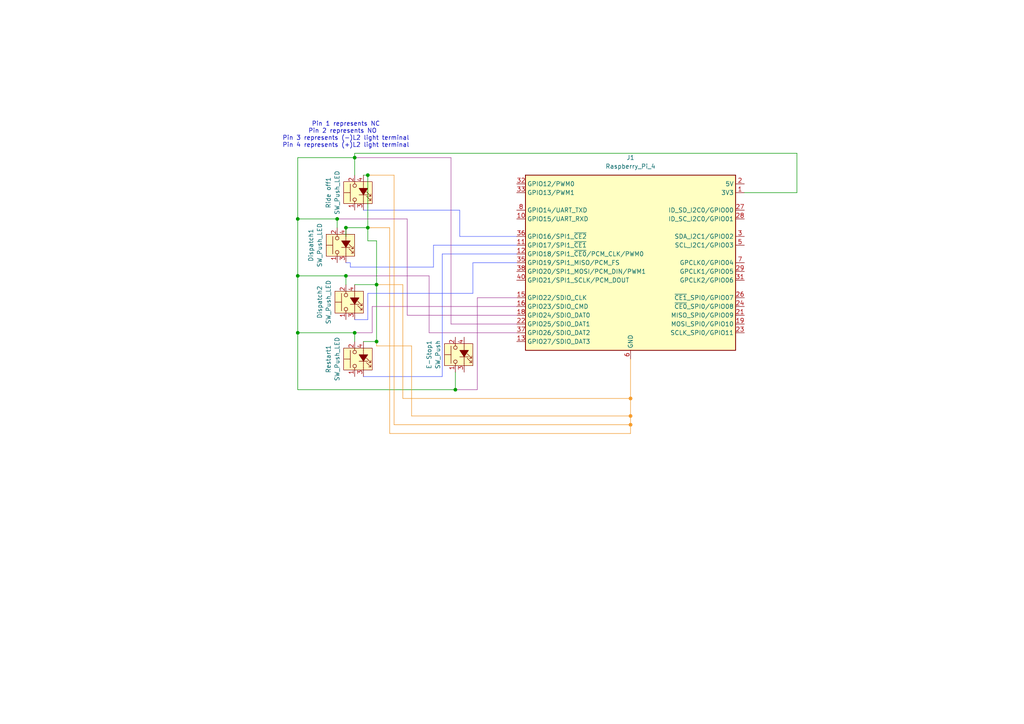
<source format=kicad_sch>
(kicad_sch
	(version 20250114)
	(generator "eeschema")
	(generator_version "9.0")
	(uuid "f19d6cca-3ece-45eb-98e2-f0bca3f726f7")
	(paper "A4")
	(lib_symbols
		(symbol "Connector:Raspberry_Pi_4"
			(exclude_from_sim no)
			(in_bom yes)
			(on_board yes)
			(property "Reference" "J"
				(at -17.526 48.768 0)
				(effects
					(font
						(size 1.27 1.27)
					)
					(justify left bottom)
				)
			)
			(property "Value" "Raspberry_Pi_4"
				(at 15.748 -26.416 0)
				(effects
					(font
						(size 1.27 1.27)
					)
					(justify left top)
				)
			)
			(property "Footprint" ""
				(at 70.104 -47.498 0)
				(effects
					(font
						(size 1.27 1.27)
					)
					(justify left)
					(hide yes)
				)
			)
			(property "Datasheet" "https://datasheets.raspberrypi.com/rpi4/raspberry-pi-4-datasheet.pdf"
				(at 15.748 -32.258 0)
				(effects
					(font
						(size 1.27 1.27)
					)
					(justify left)
					(hide yes)
				)
			)
			(property "Description" "Raspberry Pi 4 Model B"
				(at 15.748 -29.718 0)
				(effects
					(font
						(size 1.27 1.27)
					)
					(justify left)
					(hide yes)
				)
			)
			(property "ki_keywords" "SBC RPi"
				(at 0 0 0)
				(effects
					(font
						(size 1.27 1.27)
					)
					(hide yes)
				)
			)
			(property "ki_fp_filters" "PinHeader*2x20*P2.54mm*Vertical* PinSocket*2x20*P2.54mm*Vertical*"
				(at 0 0 0)
				(effects
					(font
						(size 1.27 1.27)
					)
					(hide yes)
				)
			)
			(symbol "Raspberry_Pi_4_0_1"
				(rectangle
					(start -30.48 25.4)
					(end 30.48 -25.4)
					(stroke
						(width 0.254)
						(type default)
					)
					(fill
						(type background)
					)
				)
			)
			(symbol "Raspberry_Pi_4_1_1"
				(pin bidirectional line
					(at -33.02 22.86 0)
					(length 2.54)
					(name "GPIO12/PWM0"
						(effects
							(font
								(size 1.27 1.27)
							)
						)
					)
					(number "32"
						(effects
							(font
								(size 1.27 1.27)
							)
						)
					)
				)
				(pin bidirectional line
					(at -33.02 20.32 0)
					(length 2.54)
					(name "GPIO13/PWM1"
						(effects
							(font
								(size 1.27 1.27)
							)
						)
					)
					(number "33"
						(effects
							(font
								(size 1.27 1.27)
							)
						)
					)
				)
				(pin bidirectional line
					(at -33.02 15.24 0)
					(length 2.54)
					(name "GPIO14/UART_TXD"
						(effects
							(font
								(size 1.27 1.27)
							)
						)
					)
					(number "8"
						(effects
							(font
								(size 1.27 1.27)
							)
						)
					)
				)
				(pin bidirectional line
					(at -33.02 12.7 0)
					(length 2.54)
					(name "GPIO15/UART_RXD"
						(effects
							(font
								(size 1.27 1.27)
							)
						)
					)
					(number "10"
						(effects
							(font
								(size 1.27 1.27)
							)
						)
					)
				)
				(pin bidirectional line
					(at -33.02 7.62 0)
					(length 2.54)
					(name "GPIO16/SPI1_~{CE2}"
						(effects
							(font
								(size 1.27 1.27)
							)
						)
					)
					(number "36"
						(effects
							(font
								(size 1.27 1.27)
							)
						)
					)
				)
				(pin bidirectional line
					(at -33.02 5.08 0)
					(length 2.54)
					(name "GPIO17/SPI1_~{CE1}"
						(effects
							(font
								(size 1.27 1.27)
							)
						)
					)
					(number "11"
						(effects
							(font
								(size 1.27 1.27)
							)
						)
					)
				)
				(pin bidirectional line
					(at -33.02 2.54 0)
					(length 2.54)
					(name "GPIO18/SPI1_~{CE0}/PCM_CLK/PWM0"
						(effects
							(font
								(size 1.27 1.27)
							)
						)
					)
					(number "12"
						(effects
							(font
								(size 1.27 1.27)
							)
						)
					)
				)
				(pin bidirectional line
					(at -33.02 0 0)
					(length 2.54)
					(name "GPIO19/SPI1_MISO/PCM_FS"
						(effects
							(font
								(size 1.27 1.27)
							)
						)
					)
					(number "35"
						(effects
							(font
								(size 1.27 1.27)
							)
						)
					)
				)
				(pin bidirectional line
					(at -33.02 -2.54 0)
					(length 2.54)
					(name "GPIO20/SPI1_MOSI/PCM_DIN/PWM1"
						(effects
							(font
								(size 1.27 1.27)
							)
						)
					)
					(number "38"
						(effects
							(font
								(size 1.27 1.27)
							)
						)
					)
				)
				(pin bidirectional line
					(at -33.02 -5.08 0)
					(length 2.54)
					(name "GPIO21/SPI1_SCLK/PCM_DOUT"
						(effects
							(font
								(size 1.27 1.27)
							)
						)
					)
					(number "40"
						(effects
							(font
								(size 1.27 1.27)
							)
						)
					)
				)
				(pin bidirectional line
					(at -33.02 -10.16 0)
					(length 2.54)
					(name "GPIO22/SDIO_CLK"
						(effects
							(font
								(size 1.27 1.27)
							)
						)
					)
					(number "15"
						(effects
							(font
								(size 1.27 1.27)
							)
						)
					)
				)
				(pin bidirectional line
					(at -33.02 -12.7 0)
					(length 2.54)
					(name "GPIO23/SDIO_CMD"
						(effects
							(font
								(size 1.27 1.27)
							)
						)
					)
					(number "16"
						(effects
							(font
								(size 1.27 1.27)
							)
						)
					)
				)
				(pin bidirectional line
					(at -33.02 -15.24 0)
					(length 2.54)
					(name "GPIO24/SDIO_DAT0"
						(effects
							(font
								(size 1.27 1.27)
							)
						)
					)
					(number "18"
						(effects
							(font
								(size 1.27 1.27)
							)
						)
					)
				)
				(pin bidirectional line
					(at -33.02 -17.78 0)
					(length 2.54)
					(name "GPIO25/SDIO_DAT1"
						(effects
							(font
								(size 1.27 1.27)
							)
						)
					)
					(number "22"
						(effects
							(font
								(size 1.27 1.27)
							)
						)
					)
				)
				(pin bidirectional line
					(at -33.02 -20.32 0)
					(length 2.54)
					(name "GPIO26/SDIO_DAT2"
						(effects
							(font
								(size 1.27 1.27)
							)
						)
					)
					(number "37"
						(effects
							(font
								(size 1.27 1.27)
							)
						)
					)
				)
				(pin bidirectional line
					(at -33.02 -22.86 0)
					(length 2.54)
					(name "GPIO27/SDIO_DAT3"
						(effects
							(font
								(size 1.27 1.27)
							)
						)
					)
					(number "13"
						(effects
							(font
								(size 1.27 1.27)
							)
						)
					)
				)
				(pin passive line
					(at 0 -27.94 90)
					(length 2.54)
					(hide yes)
					(name "GND"
						(effects
							(font
								(size 1.27 1.27)
							)
						)
					)
					(number "14"
						(effects
							(font
								(size 1.27 1.27)
							)
						)
					)
				)
				(pin passive line
					(at 0 -27.94 90)
					(length 2.54)
					(hide yes)
					(name "GND"
						(effects
							(font
								(size 1.27 1.27)
							)
						)
					)
					(number "20"
						(effects
							(font
								(size 1.27 1.27)
							)
						)
					)
				)
				(pin passive line
					(at 0 -27.94 90)
					(length 2.54)
					(hide yes)
					(name "GND"
						(effects
							(font
								(size 1.27 1.27)
							)
						)
					)
					(number "25"
						(effects
							(font
								(size 1.27 1.27)
							)
						)
					)
				)
				(pin passive line
					(at 0 -27.94 90)
					(length 2.54)
					(hide yes)
					(name "GND"
						(effects
							(font
								(size 1.27 1.27)
							)
						)
					)
					(number "30"
						(effects
							(font
								(size 1.27 1.27)
							)
						)
					)
				)
				(pin passive line
					(at 0 -27.94 90)
					(length 2.54)
					(hide yes)
					(name "GND"
						(effects
							(font
								(size 1.27 1.27)
							)
						)
					)
					(number "34"
						(effects
							(font
								(size 1.27 1.27)
							)
						)
					)
				)
				(pin passive line
					(at 0 -27.94 90)
					(length 2.54)
					(hide yes)
					(name "GND"
						(effects
							(font
								(size 1.27 1.27)
							)
						)
					)
					(number "39"
						(effects
							(font
								(size 1.27 1.27)
							)
						)
					)
				)
				(pin power_out line
					(at 0 -27.94 90)
					(length 2.54)
					(name "GND"
						(effects
							(font
								(size 1.27 1.27)
							)
						)
					)
					(number "6"
						(effects
							(font
								(size 1.27 1.27)
							)
						)
					)
				)
				(pin passive line
					(at 0 -27.94 90)
					(length 2.54)
					(hide yes)
					(name "GND"
						(effects
							(font
								(size 1.27 1.27)
							)
						)
					)
					(number "9"
						(effects
							(font
								(size 1.27 1.27)
							)
						)
					)
				)
				(pin power_out line
					(at 33.02 22.86 180)
					(length 2.54)
					(name "5V"
						(effects
							(font
								(size 1.27 1.27)
							)
						)
					)
					(number "2"
						(effects
							(font
								(size 1.27 1.27)
							)
						)
					)
				)
				(pin passive line
					(at 33.02 22.86 180)
					(length 2.54)
					(hide yes)
					(name "5V"
						(effects
							(font
								(size 1.27 1.27)
							)
						)
					)
					(number "4"
						(effects
							(font
								(size 1.27 1.27)
							)
						)
					)
				)
				(pin power_out line
					(at 33.02 20.32 180)
					(length 2.54)
					(name "3V3"
						(effects
							(font
								(size 1.27 1.27)
							)
						)
					)
					(number "1"
						(effects
							(font
								(size 1.27 1.27)
							)
						)
					)
				)
				(pin passive line
					(at 33.02 20.32 180)
					(length 2.54)
					(hide yes)
					(name "3V3"
						(effects
							(font
								(size 1.27 1.27)
							)
						)
					)
					(number "17"
						(effects
							(font
								(size 1.27 1.27)
							)
						)
					)
				)
				(pin bidirectional line
					(at 33.02 15.24 180)
					(length 2.54)
					(name "ID_SD_I2C0/GPIO00"
						(effects
							(font
								(size 1.27 1.27)
							)
						)
					)
					(number "27"
						(effects
							(font
								(size 1.27 1.27)
							)
						)
					)
				)
				(pin bidirectional line
					(at 33.02 12.7 180)
					(length 2.54)
					(name "ID_SC_I2C0/GPIO01"
						(effects
							(font
								(size 1.27 1.27)
							)
						)
					)
					(number "28"
						(effects
							(font
								(size 1.27 1.27)
							)
						)
					)
				)
				(pin bidirectional line
					(at 33.02 7.62 180)
					(length 2.54)
					(name "SDA_I2C1/GPIO02"
						(effects
							(font
								(size 1.27 1.27)
							)
						)
					)
					(number "3"
						(effects
							(font
								(size 1.27 1.27)
							)
						)
					)
				)
				(pin bidirectional line
					(at 33.02 5.08 180)
					(length 2.54)
					(name "SCL_I2C1/GPIO03"
						(effects
							(font
								(size 1.27 1.27)
							)
						)
					)
					(number "5"
						(effects
							(font
								(size 1.27 1.27)
							)
						)
					)
				)
				(pin bidirectional line
					(at 33.02 0 180)
					(length 2.54)
					(name "GPCLK0/GPIO04"
						(effects
							(font
								(size 1.27 1.27)
							)
						)
					)
					(number "7"
						(effects
							(font
								(size 1.27 1.27)
							)
						)
					)
				)
				(pin bidirectional line
					(at 33.02 -2.54 180)
					(length 2.54)
					(name "GPCLK1/GPIO05"
						(effects
							(font
								(size 1.27 1.27)
							)
						)
					)
					(number "29"
						(effects
							(font
								(size 1.27 1.27)
							)
						)
					)
				)
				(pin bidirectional line
					(at 33.02 -5.08 180)
					(length 2.54)
					(name "GPCLK2/GPIO06"
						(effects
							(font
								(size 1.27 1.27)
							)
						)
					)
					(number "31"
						(effects
							(font
								(size 1.27 1.27)
							)
						)
					)
				)
				(pin bidirectional line
					(at 33.02 -10.16 180)
					(length 2.54)
					(name "~{CE1}_SPI0/GPIO07"
						(effects
							(font
								(size 1.27 1.27)
							)
						)
					)
					(number "26"
						(effects
							(font
								(size 1.27 1.27)
							)
						)
					)
				)
				(pin bidirectional line
					(at 33.02 -12.7 180)
					(length 2.54)
					(name "~{CE0}_SPI0/GPIO08"
						(effects
							(font
								(size 1.27 1.27)
							)
						)
					)
					(number "24"
						(effects
							(font
								(size 1.27 1.27)
							)
						)
					)
				)
				(pin bidirectional line
					(at 33.02 -15.24 180)
					(length 2.54)
					(name "MISO_SPI0/GPIO09"
						(effects
							(font
								(size 1.27 1.27)
							)
						)
					)
					(number "21"
						(effects
							(font
								(size 1.27 1.27)
							)
						)
					)
				)
				(pin bidirectional line
					(at 33.02 -17.78 180)
					(length 2.54)
					(name "MOSI_SPI0/GPIO10"
						(effects
							(font
								(size 1.27 1.27)
							)
						)
					)
					(number "19"
						(effects
							(font
								(size 1.27 1.27)
							)
						)
					)
				)
				(pin bidirectional line
					(at 33.02 -20.32 180)
					(length 2.54)
					(name "SCLK_SPI0/GPIO11"
						(effects
							(font
								(size 1.27 1.27)
							)
						)
					)
					(number "23"
						(effects
							(font
								(size 1.27 1.27)
							)
						)
					)
				)
			)
			(embedded_fonts no)
		)
		(symbol "Switch:SW_Push_LED"
			(pin_names
				(offset 1.016)
				(hide yes)
			)
			(exclude_from_sim no)
			(in_bom yes)
			(on_board yes)
			(property "Reference" "SW"
				(at 0 7.62 0)
				(effects
					(font
						(size 1.27 1.27)
					)
				)
			)
			(property "Value" "SW_Push_LED"
				(at 0 -3.81 0)
				(effects
					(font
						(size 1.27 1.27)
					)
				)
			)
			(property "Footprint" ""
				(at 0 7.62 0)
				(effects
					(font
						(size 1.27 1.27)
					)
					(hide yes)
				)
			)
			(property "Datasheet" "~"
				(at 0 7.62 0)
				(effects
					(font
						(size 1.27 1.27)
					)
					(hide yes)
				)
			)
			(property "Description" "Push button switch with LED, generic"
				(at 0 0 0)
				(effects
					(font
						(size 1.27 1.27)
					)
					(hide yes)
				)
			)
			(property "ki_keywords" "switch normally-open pushbutton push-button LED"
				(at 0 0 0)
				(effects
					(font
						(size 1.27 1.27)
					)
					(hide yes)
				)
			)
			(symbol "SW_Push_LED_0_0"
				(polyline
					(pts
						(xy -2.54 0) (xy 2.54 0)
					)
					(stroke
						(width 0)
						(type default)
					)
					(fill
						(type none)
					)
				)
				(polyline
					(pts
						(xy -2.286 -1.524) (xy -2.286 -2.159) (xy -1.651 -2.159)
					)
					(stroke
						(width 0)
						(type default)
					)
					(fill
						(type none)
					)
				)
				(polyline
					(pts
						(xy -2.286 -2.159) (xy -1.016 -0.889)
					)
					(stroke
						(width 0)
						(type default)
					)
					(fill
						(type none)
					)
				)
				(polyline
					(pts
						(xy -1.016 -1.524) (xy -1.016 -2.159) (xy -0.381 -2.159)
					)
					(stroke
						(width 0)
						(type default)
					)
					(fill
						(type none)
					)
				)
				(polyline
					(pts
						(xy -1.016 -2.159) (xy 0.254 -0.889)
					)
					(stroke
						(width 0)
						(type default)
					)
					(fill
						(type none)
					)
				)
				(polyline
					(pts
						(xy -0.635 1.27) (xy -0.635 -1.27)
					)
					(stroke
						(width 0)
						(type default)
					)
					(fill
						(type none)
					)
				)
				(polyline
					(pts
						(xy -0.635 0) (xy 1.27 1.27) (xy 1.27 -1.27) (xy -0.635 0)
					)
					(stroke
						(width 0)
						(type default)
					)
					(fill
						(type outline)
					)
				)
			)
			(symbol "SW_Push_LED_0_1"
				(circle
					(center -2.032 2.54)
					(radius 0.508)
					(stroke
						(width 0)
						(type default)
					)
					(fill
						(type none)
					)
				)
				(polyline
					(pts
						(xy 0 3.81) (xy 0 5.588)
					)
					(stroke
						(width 0)
						(type default)
					)
					(fill
						(type none)
					)
				)
				(circle
					(center 2.032 2.54)
					(radius 0.508)
					(stroke
						(width 0)
						(type default)
					)
					(fill
						(type none)
					)
				)
				(polyline
					(pts
						(xy 2.54 3.81) (xy -2.54 3.81)
					)
					(stroke
						(width 0)
						(type default)
					)
					(fill
						(type none)
					)
				)
				(pin passive line
					(at -5.08 2.54 0)
					(length 2.54)
					(name "1"
						(effects
							(font
								(size 1.27 1.27)
							)
						)
					)
					(number "1"
						(effects
							(font
								(size 1.27 1.27)
							)
						)
					)
				)
				(pin passive line
					(at -5.08 0 0)
					(length 2.54)
					(name "K"
						(effects
							(font
								(size 1.27 1.27)
							)
						)
					)
					(number "3"
						(effects
							(font
								(size 1.27 1.27)
							)
						)
					)
				)
				(pin passive line
					(at 5.08 2.54 180)
					(length 2.54)
					(name "2"
						(effects
							(font
								(size 1.27 1.27)
							)
						)
					)
					(number "2"
						(effects
							(font
								(size 1.27 1.27)
							)
						)
					)
				)
				(pin passive line
					(at 5.08 0 180)
					(length 2.54)
					(name "A"
						(effects
							(font
								(size 1.27 1.27)
							)
						)
					)
					(number "4"
						(effects
							(font
								(size 1.27 1.27)
							)
						)
					)
				)
			)
			(symbol "SW_Push_LED_1_1"
				(rectangle
					(start -3.175 5.715)
					(end 3.175 -2.54)
					(stroke
						(width 0)
						(type default)
					)
					(fill
						(type background)
					)
				)
			)
			(embedded_fonts no)
		)
	)
	(text "Pin 1 represents NC\nPin 2 represents NO  \nPin 3 represents (-)L2 light terminal\nPin 4 represents (+)L2 light terminal"
		(exclude_from_sim no)
		(at 100.33 39.116 0)
		(effects
			(font
				(size 1.27 1.27)
			)
		)
		(uuid "b7e53b52-c700-46a4-bc5d-2363d14a8131")
	)
	(junction
		(at 102.87 45.72)
		(diameter 0)
		(color 0 0 0 0)
		(uuid "25c8a711-647b-4462-8a7c-3339505e6129")
	)
	(junction
		(at 109.22 82.55)
		(diameter 0)
		(color 0 0 0 0)
		(uuid "377ee932-757a-46c8-bf71-33e93df1bc1b")
	)
	(junction
		(at 182.88 115.57)
		(diameter 0)
		(color 240 149 36 1)
		(uuid "386c8c47-ee84-49f3-ba5b-4cd07ddb8b69")
	)
	(junction
		(at 97.79 63.5)
		(diameter 0)
		(color 0 0 0 0)
		(uuid "58794f71-c305-4ae9-8125-94ca5e0fb684")
	)
	(junction
		(at 132.08 113.03)
		(diameter 0)
		(color 0 0 0 0)
		(uuid "5c1dcfd9-d5a7-49cd-8462-88592e1798f1")
	)
	(junction
		(at 109.22 99.06)
		(diameter 0)
		(color 0 0 0 0)
		(uuid "5fa1872a-f86e-46f9-a567-f508d4f93ba6")
	)
	(junction
		(at 86.36 63.5)
		(diameter 0)
		(color 0 0 0 0)
		(uuid "659cab7f-2539-45fb-a1f6-c0972cb6f729")
	)
	(junction
		(at 86.36 80.01)
		(diameter 0)
		(color 0 0 0 0)
		(uuid "6a6b0d6e-2189-451b-99a4-99657a2fb41d")
	)
	(junction
		(at 100.33 66.04)
		(diameter 0)
		(color 0 0 0 0)
		(uuid "6d6b1a32-0685-435a-a26c-b0baee3413e8")
	)
	(junction
		(at 182.88 123.19)
		(diameter 0)
		(color 240 149 36 1)
		(uuid "7249e7a4-4279-45ca-b058-abc9556afe37")
	)
	(junction
		(at 106.68 66.04)
		(diameter 0)
		(color 0 0 0 0)
		(uuid "7c35ff12-c8ee-496e-ad5c-a6a2e08055e1")
	)
	(junction
		(at 86.36 96.52)
		(diameter 0)
		(color 0 0 0 0)
		(uuid "7c83a9ea-4324-4ed1-b684-d5af2d1dbd9a")
	)
	(junction
		(at 100.33 80.01)
		(diameter 0)
		(color 0 0 0 0)
		(uuid "d6911f68-46b9-42fb-b9fc-57993b69bbf8")
	)
	(junction
		(at 182.88 120.65)
		(diameter 0)
		(color 240 149 36 1)
		(uuid "da7e9df2-c0c7-4bc6-9b9e-f741190841ff")
	)
	(junction
		(at 102.87 96.52)
		(diameter 0)
		(color 0 0 0 0)
		(uuid "df3e9a95-58f6-4e2e-9bed-737330ab2b41")
	)
	(junction
		(at 106.68 50.8)
		(diameter 0)
		(color 0 0 0 0)
		(uuid "ed81f532-c710-4ab2-8736-dbb0fc22fc49")
	)
	(wire
		(pts
			(xy 97.79 63.5) (xy 118.11 63.5)
		)
		(stroke
			(width 0)
			(type default)
			(color 165 65 154 1)
		)
		(uuid "01ae11ad-048e-4f89-bb7d-a37a879cd949")
	)
	(wire
		(pts
			(xy 102.87 44.45) (xy 231.14 44.45)
		)
		(stroke
			(width 0)
			(type default)
		)
		(uuid "0aba2ebb-2f64-4053-bc1c-ac5430b1f9f8")
	)
	(wire
		(pts
			(xy 125.73 77.47) (xy 125.73 71.12)
		)
		(stroke
			(width 0)
			(type default)
			(color 76 93 255 1)
		)
		(uuid "0c4cbb96-b63e-45e2-8a9f-589b9ae43e30")
	)
	(wire
		(pts
			(xy 86.36 45.72) (xy 86.36 63.5)
		)
		(stroke
			(width 0)
			(type default)
		)
		(uuid "0df8cefb-42a3-4a82-9048-f3a671add9fa")
	)
	(wire
		(pts
			(xy 114.3 50.8) (xy 114.3 123.19)
		)
		(stroke
			(width 0)
			(type default)
			(color 240 149 36 1)
		)
		(uuid "0fc1517b-01ef-4548-9057-9c78f294f312")
	)
	(wire
		(pts
			(xy 182.88 123.19) (xy 182.88 125.73)
		)
		(stroke
			(width 0)
			(type default)
			(color 240 149 36 1)
		)
		(uuid "11795523-c327-4cca-aa8e-ed1ce58eef66")
	)
	(wire
		(pts
			(xy 113.03 125.73) (xy 182.88 125.73)
		)
		(stroke
			(width 0)
			(type default)
			(color 240 149 36 1)
		)
		(uuid "1e936bd6-9eb0-4d40-8658-3ba90fa28065")
	)
	(wire
		(pts
			(xy 137.16 85.09) (xy 137.16 76.2)
		)
		(stroke
			(width 0)
			(type default)
			(color 76 93 255 1)
		)
		(uuid "29b3b7e1-0e6e-489c-8009-804fc7940665")
	)
	(wire
		(pts
			(xy 116.84 82.55) (xy 116.84 115.57)
		)
		(stroke
			(width 0)
			(type default)
			(color 240 149 36 1)
		)
		(uuid "2af4c387-59a6-4397-8785-444ead554bea")
	)
	(wire
		(pts
			(xy 107.95 96.52) (xy 102.87 96.52)
		)
		(stroke
			(width 0)
			(type default)
			(color 165 65 154 1)
		)
		(uuid "38e8fbc7-bb68-4691-a5c8-d95811cb81f7")
	)
	(wire
		(pts
			(xy 125.73 71.12) (xy 149.86 71.12)
		)
		(stroke
			(width 0)
			(type default)
			(color 76 93 255 1)
		)
		(uuid "3edb5d37-19db-486e-9785-c1c85c6d6608")
	)
	(wire
		(pts
			(xy 113.03 66.04) (xy 106.68 66.04)
		)
		(stroke
			(width 0)
			(type default)
			(color 240 149 36 1)
		)
		(uuid "46972d9c-25ca-47bf-9f9e-263bb0f0f090")
	)
	(wire
		(pts
			(xy 113.03 66.04) (xy 113.03 125.73)
		)
		(stroke
			(width 0)
			(type default)
			(color 240 149 36 1)
		)
		(uuid "48175523-8bef-4505-83a1-219e3c44267c")
	)
	(wire
		(pts
			(xy 130.81 45.72) (xy 130.81 93.98)
		)
		(stroke
			(width 0)
			(type default)
			(color 165 65 154 1)
		)
		(uuid "4a960cf6-e5a8-4130-b00b-33f4ccf3c7a7")
	)
	(wire
		(pts
			(xy 118.11 63.5) (xy 118.11 91.44)
		)
		(stroke
			(width 0)
			(type default)
			(color 165 65 154 1)
		)
		(uuid "4cee3b2b-4fc3-4d10-80c8-84a30d2da1e0")
	)
	(wire
		(pts
			(xy 100.33 76.2) (xy 101.6 76.2)
		)
		(stroke
			(width 0)
			(type default)
			(color 76 93 255 1)
		)
		(uuid "4f0df4f4-e35e-40de-b818-195c58a0fb73")
	)
	(wire
		(pts
			(xy 109.22 82.55) (xy 109.22 99.06)
		)
		(stroke
			(width 0)
			(type default)
		)
		(uuid "5031c0fb-9ea5-4f43-bbb9-d54b6abbaeb6")
	)
	(wire
		(pts
			(xy 116.84 115.57) (xy 182.88 115.57)
		)
		(stroke
			(width 0)
			(type default)
			(color 240 149 36 1)
		)
		(uuid "507fad9b-98c1-4aa3-be5b-d0dd0716b0f0")
	)
	(wire
		(pts
			(xy 130.81 93.98) (xy 149.86 93.98)
		)
		(stroke
			(width 0)
			(type default)
			(color 165 65 154 1)
		)
		(uuid "5267a9b8-d071-4b8d-afad-5abe892653ff")
	)
	(wire
		(pts
			(xy 107.95 88.9) (xy 149.86 88.9)
		)
		(stroke
			(width 0)
			(type default)
			(color 165 65 154 1)
		)
		(uuid "53caca8e-857e-4c55-967d-4d1779bdb987")
	)
	(wire
		(pts
			(xy 109.22 100.33) (xy 119.38 100.33)
		)
		(stroke
			(width 0)
			(type default)
			(color 240 149 36 1)
		)
		(uuid "58392e4c-1ea6-4819-86a0-2f50531f3e7a")
	)
	(wire
		(pts
			(xy 114.3 123.19) (xy 182.88 123.19)
		)
		(stroke
			(width 0)
			(type default)
			(color 240 149 36 1)
		)
		(uuid "5d37b394-e4ce-4800-b3bf-de9bdba7a423")
	)
	(wire
		(pts
			(xy 102.87 45.72) (xy 130.81 45.72)
		)
		(stroke
			(width 0)
			(type default)
			(color 165 65 154 1)
		)
		(uuid "5d7f7440-a3f4-43a5-b3f5-90d341aa19cc")
	)
	(wire
		(pts
			(xy 102.87 92.71) (xy 106.68 92.71)
		)
		(stroke
			(width 0)
			(type default)
			(color 76 93 255 1)
		)
		(uuid "5e63fa15-6e2b-4c89-93e0-dceb0ab48084")
	)
	(wire
		(pts
			(xy 102.87 96.52) (xy 86.36 96.52)
		)
		(stroke
			(width 0)
			(type default)
		)
		(uuid "5f1fd184-7313-483e-bf1d-9d5e410f0fe7")
	)
	(wire
		(pts
			(xy 86.36 96.52) (xy 86.36 113.03)
		)
		(stroke
			(width 0)
			(type default)
		)
		(uuid "633959c5-e650-4f38-ad09-20a4344f830b")
	)
	(wire
		(pts
			(xy 138.43 113.03) (xy 138.43 86.36)
		)
		(stroke
			(width 0)
			(type default)
			(color 165 65 154 1)
		)
		(uuid "6405d397-c34f-4257-88aa-9a06d6a93a17")
	)
	(wire
		(pts
			(xy 124.46 80.01) (xy 124.46 96.52)
		)
		(stroke
			(width 0)
			(type default)
			(color 165 65 154 1)
		)
		(uuid "6810497f-f2e4-4d44-a430-84954e56e8e5")
	)
	(wire
		(pts
			(xy 100.33 66.04) (xy 106.68 66.04)
		)
		(stroke
			(width 0)
			(type default)
		)
		(uuid "68465eb6-13a2-470d-a621-cf23d287d47f")
	)
	(wire
		(pts
			(xy 102.87 99.06) (xy 102.87 96.52)
		)
		(stroke
			(width 0)
			(type default)
		)
		(uuid "6a3c9b91-fb08-4052-867d-f2dbadb26530")
	)
	(wire
		(pts
			(xy 215.9 55.88) (xy 231.14 55.88)
		)
		(stroke
			(width 0)
			(type default)
		)
		(uuid "6bcb065f-d4c4-4d09-999c-702af589396c")
	)
	(wire
		(pts
			(xy 106.68 66.04) (xy 106.68 69.85)
		)
		(stroke
			(width 0)
			(type default)
		)
		(uuid "6bcbb9fd-d5ae-4b95-a98b-9d6d6986e14a")
	)
	(wire
		(pts
			(xy 101.6 76.2) (xy 101.6 77.47)
		)
		(stroke
			(width 0)
			(type default)
			(color 76 93 255 1)
		)
		(uuid "6c3ec44e-2a93-40b0-96c8-95533aa404cc")
	)
	(wire
		(pts
			(xy 116.84 82.55) (xy 109.22 82.55)
		)
		(stroke
			(width 0)
			(type default)
			(color 240 149 36 1)
		)
		(uuid "6f9f042f-55a2-4fb7-96bd-00d5833568dd")
	)
	(wire
		(pts
			(xy 231.14 55.88) (xy 231.14 44.45)
		)
		(stroke
			(width 0)
			(type default)
		)
		(uuid "734af80f-b4cd-4cbc-8bff-aa9edda35514")
	)
	(wire
		(pts
			(xy 182.88 115.57) (xy 182.88 120.65)
		)
		(stroke
			(width 0)
			(type default)
			(color 240 149 36 1)
		)
		(uuid "7e1d9db4-cb41-42fc-a0e4-846e68a45c66")
	)
	(wire
		(pts
			(xy 119.38 120.65) (xy 182.88 120.65)
		)
		(stroke
			(width 0)
			(type default)
			(color 240 149 36 1)
		)
		(uuid "7ff5a4ca-db24-478b-a11b-72db411f9bab")
	)
	(wire
		(pts
			(xy 102.87 82.55) (xy 109.22 82.55)
		)
		(stroke
			(width 0)
			(type default)
		)
		(uuid "801f5cfe-ae96-4018-af4a-7209cf2f036a")
	)
	(wire
		(pts
			(xy 97.79 63.5) (xy 97.79 66.04)
		)
		(stroke
			(width 0)
			(type default)
		)
		(uuid "81a2a0b2-15a2-4b29-9440-b46a329aef5a")
	)
	(wire
		(pts
			(xy 86.36 80.01) (xy 100.33 80.01)
		)
		(stroke
			(width 0)
			(type default)
		)
		(uuid "83c06127-1edb-42e7-b3e9-157d84bad484")
	)
	(wire
		(pts
			(xy 102.87 45.72) (xy 86.36 45.72)
		)
		(stroke
			(width 0)
			(type default)
		)
		(uuid "842f58a2-3b84-4f64-8b2d-b1dca2cb8309")
	)
	(wire
		(pts
			(xy 106.68 92.71) (xy 106.68 85.09)
		)
		(stroke
			(width 0)
			(type default)
			(color 76 93 255 1)
		)
		(uuid "88550331-2c93-46f6-915f-883417d7dd01")
	)
	(wire
		(pts
			(xy 106.68 85.09) (xy 137.16 85.09)
		)
		(stroke
			(width 0)
			(type default)
			(color 76 93 255 1)
		)
		(uuid "89ffbec7-435f-4794-9643-0e1a657c4384")
	)
	(wire
		(pts
			(xy 109.22 69.85) (xy 109.22 82.55)
		)
		(stroke
			(width 0)
			(type default)
		)
		(uuid "8ad73262-df45-4d9c-8ef9-88903c38e559")
	)
	(wire
		(pts
			(xy 109.22 69.85) (xy 106.68 69.85)
		)
		(stroke
			(width 0)
			(type default)
		)
		(uuid "8b11793f-21aa-4cdb-abee-cdaaa1a67cf4")
	)
	(wire
		(pts
			(xy 109.22 100.33) (xy 109.22 99.06)
		)
		(stroke
			(width 0)
			(type default)
			(color 240 149 36 1)
		)
		(uuid "8f9c00b8-9552-4010-987c-1022f9fe91e1")
	)
	(wire
		(pts
			(xy 106.68 50.8) (xy 114.3 50.8)
		)
		(stroke
			(width 0)
			(type default)
			(color 240 149 36 1)
		)
		(uuid "91cdb26c-1bcd-44db-841c-e71cab328a4e")
	)
	(wire
		(pts
			(xy 106.68 66.04) (xy 106.68 50.8)
		)
		(stroke
			(width 0)
			(type default)
		)
		(uuid "98dd72dc-c543-4f77-985a-6f304230c7cc")
	)
	(wire
		(pts
			(xy 128.27 73.66) (xy 149.86 73.66)
		)
		(stroke
			(width 0)
			(type default)
			(color 76 93 255 1)
		)
		(uuid "a0054d15-07c3-4572-8a9a-4e20e6659ba5")
	)
	(wire
		(pts
			(xy 105.41 50.8) (xy 106.68 50.8)
		)
		(stroke
			(width 0)
			(type default)
		)
		(uuid "a2a0adf3-6127-4cbc-8876-fa70eaaa5669")
	)
	(wire
		(pts
			(xy 128.27 109.22) (xy 128.27 73.66)
		)
		(stroke
			(width 0)
			(type default)
			(color 76 93 255 1)
		)
		(uuid "a2c24d58-1eb8-478f-93bf-631db7240b62")
	)
	(wire
		(pts
			(xy 137.16 76.2) (xy 149.86 76.2)
		)
		(stroke
			(width 0)
			(type default)
			(color 76 93 255 1)
		)
		(uuid "a3b803ce-2d99-4e47-ae83-d67718cd6285")
	)
	(wire
		(pts
			(xy 119.38 100.33) (xy 119.38 120.65)
		)
		(stroke
			(width 0)
			(type default)
			(color 240 149 36 1)
		)
		(uuid "a4960e49-5e2b-4e17-a486-a737d24d2527")
	)
	(wire
		(pts
			(xy 100.33 80.01) (xy 100.33 82.55)
		)
		(stroke
			(width 0)
			(type default)
		)
		(uuid "a8f03009-a5dd-474e-8c9a-2f139d35e58e")
	)
	(wire
		(pts
			(xy 132.08 107.95) (xy 132.08 113.03)
		)
		(stroke
			(width 0)
			(type default)
		)
		(uuid "aa615939-0248-4a6a-b1f1-3e758b3b194f")
	)
	(wire
		(pts
			(xy 86.36 80.01) (xy 86.36 96.52)
		)
		(stroke
			(width 0)
			(type default)
		)
		(uuid "ad7845c4-a798-4bbc-9932-67c77270accd")
	)
	(wire
		(pts
			(xy 102.87 45.72) (xy 102.87 50.8)
		)
		(stroke
			(width 0)
			(type default)
		)
		(uuid "add8d1ce-2918-44c3-b49d-0669b64c3dc6")
	)
	(wire
		(pts
			(xy 86.36 113.03) (xy 132.08 113.03)
		)
		(stroke
			(width 0)
			(type default)
		)
		(uuid "affb9c73-b504-4640-b0c3-e985256f353a")
	)
	(wire
		(pts
			(xy 182.88 104.14) (xy 182.88 115.57)
		)
		(stroke
			(width 0)
			(type default)
			(color 240 149 36 1)
		)
		(uuid "b1dbdf85-aae5-4aee-abe4-e7c1dfe8e681")
	)
	(wire
		(pts
			(xy 105.41 60.96) (xy 133.35 60.96)
		)
		(stroke
			(width 0)
			(type default)
			(color 76 93 255 1)
		)
		(uuid "b4cf8f67-b5da-4092-9edb-5fcae196552f")
	)
	(wire
		(pts
			(xy 86.36 63.5) (xy 97.79 63.5)
		)
		(stroke
			(width 0)
			(type default)
		)
		(uuid "b869c978-b38c-442b-846d-b94dfe24e578")
	)
	(wire
		(pts
			(xy 101.6 77.47) (xy 125.73 77.47)
		)
		(stroke
			(width 0)
			(type default)
			(color 76 93 255 1)
		)
		(uuid "b9ad638b-eb30-49cd-90a7-065d6717072b")
	)
	(wire
		(pts
			(xy 86.36 63.5) (xy 86.36 80.01)
		)
		(stroke
			(width 0)
			(type default)
		)
		(uuid "bb99890d-21c8-47d1-a880-1b542c9f9424")
	)
	(wire
		(pts
			(xy 100.33 80.01) (xy 124.46 80.01)
		)
		(stroke
			(width 0)
			(type default)
			(color 165 65 154 1)
		)
		(uuid "c016a332-18b4-47c1-93ba-ce36beb7c523")
	)
	(wire
		(pts
			(xy 133.35 60.96) (xy 133.35 68.58)
		)
		(stroke
			(width 0)
			(type default)
			(color 76 93 255 1)
		)
		(uuid "c6f5f96f-169c-4055-a56a-86fbfb7370e4")
	)
	(wire
		(pts
			(xy 107.95 88.9) (xy 107.95 96.52)
		)
		(stroke
			(width 0)
			(type default)
			(color 165 65 154 1)
		)
		(uuid "d4bfc398-4a09-4945-8599-e145f6169b64")
	)
	(wire
		(pts
			(xy 182.88 120.65) (xy 182.88 123.19)
		)
		(stroke
			(width 0)
			(type default)
			(color 240 149 36 1)
		)
		(uuid "d74ae468-c37f-4c63-ba56-ea606f644010")
	)
	(wire
		(pts
			(xy 124.46 96.52) (xy 149.86 96.52)
		)
		(stroke
			(width 0)
			(type default)
			(color 165 65 154 1)
		)
		(uuid "e20809a4-1b2b-4772-8864-a2cfc06db6a1")
	)
	(wire
		(pts
			(xy 118.11 91.44) (xy 149.86 91.44)
		)
		(stroke
			(width 0)
			(type default)
			(color 165 65 154 1)
		)
		(uuid "e29c38a7-5226-4198-8e4b-e81a603f0a98")
	)
	(wire
		(pts
			(xy 100.33 68.58) (xy 100.33 66.04)
		)
		(stroke
			(width 0)
			(type default)
		)
		(uuid "ead40da4-bd4b-4dd4-aaf3-71bc404b7ac8")
	)
	(wire
		(pts
			(xy 105.41 99.06) (xy 109.22 99.06)
		)
		(stroke
			(width 0)
			(type default)
		)
		(uuid "eb85bb08-8acf-40e4-882e-54f56335da02")
	)
	(wire
		(pts
			(xy 133.35 68.58) (xy 149.86 68.58)
		)
		(stroke
			(width 0)
			(type default)
			(color 76 93 255 1)
		)
		(uuid "ef941f17-49f9-4752-8a60-963fee33d524")
	)
	(wire
		(pts
			(xy 105.41 109.22) (xy 128.27 109.22)
		)
		(stroke
			(width 0)
			(type default)
			(color 76 93 255 1)
		)
		(uuid "f288121c-7e25-4ada-9af4-0c313deb1d9f")
	)
	(wire
		(pts
			(xy 102.87 44.45) (xy 102.87 45.72)
		)
		(stroke
			(width 0)
			(type default)
		)
		(uuid "f3de41d0-11a2-4606-ad68-b3000f87d3bb")
	)
	(wire
		(pts
			(xy 132.08 113.03) (xy 138.43 113.03)
		)
		(stroke
			(width 0)
			(type default)
			(color 165 65 154 1)
		)
		(uuid "fb989fa5-0bad-4e70-802a-54174855c8e3")
	)
	(wire
		(pts
			(xy 138.43 86.36) (xy 149.86 86.36)
		)
		(stroke
			(width 0)
			(type default)
			(color 165 65 154 1)
		)
		(uuid "fddf8488-0df1-4ded-8a43-4f1608b09bc8")
	)
	(symbol
		(lib_id "Connector:Raspberry_Pi_4")
		(at 182.88 76.2 0)
		(unit 1)
		(exclude_from_sim no)
		(in_bom yes)
		(on_board yes)
		(dnp no)
		(fields_autoplaced yes)
		(uuid "0fa8ac59-01a3-42ae-b48c-2e1e33306ed0")
		(property "Reference" "J1"
			(at 182.88 45.72 0)
			(effects
				(font
					(size 1.27 1.27)
				)
			)
		)
		(property "Value" "Raspberry_Pi_4"
			(at 182.88 48.26 0)
			(effects
				(font
					(size 1.27 1.27)
				)
			)
		)
		(property "Footprint" ""
			(at 252.984 123.698 0)
			(effects
				(font
					(size 1.27 1.27)
				)
				(justify left)
				(hide yes)
			)
		)
		(property "Datasheet" "https://datasheets.raspberrypi.com/rpi4/raspberry-pi-4-datasheet.pdf"
			(at 198.628 108.458 0)
			(effects
				(font
					(size 1.27 1.27)
				)
				(justify left)
				(hide yes)
			)
		)
		(property "Description" "Raspberry Pi 4 Model B"
			(at 198.628 105.918 0)
			(effects
				(font
					(size 1.27 1.27)
				)
				(justify left)
				(hide yes)
			)
		)
		(pin "40"
			(uuid "3c6ce7d7-2c4b-47a5-aab7-8d6c95678902")
		)
		(pin "38"
			(uuid "715638cc-3839-4b0a-b008-4668d4fc8f58")
		)
		(pin "23"
			(uuid "098fa843-bfd0-4491-9fbc-112ae8ec5a57")
		)
		(pin "35"
			(uuid "88bfe044-25b4-4fb2-a2ea-9cb4b2d48f8e")
		)
		(pin "3"
			(uuid "4d91d2fc-55df-439b-a0f7-2be142a138a1")
		)
		(pin "18"
			(uuid "27543d7c-1cd9-4091-8202-d15da8161add")
		)
		(pin "31"
			(uuid "c8c235ac-e8ff-48fe-a996-eff7137e9106")
		)
		(pin "22"
			(uuid "a74258ea-4fba-47ca-93fb-7051aff35e11")
		)
		(pin "19"
			(uuid "fcdaee72-0ec2-4b2d-abab-7ac61b9a0cfa")
		)
		(pin "32"
			(uuid "17bfc0e2-b832-4b04-bbeb-be6e38703932")
		)
		(pin "30"
			(uuid "f912c0e8-787d-4d31-9aa9-28165a9c3fda")
		)
		(pin "11"
			(uuid "2dc486f6-8cec-4313-a994-4926b5da6c0c")
		)
		(pin "26"
			(uuid "3777457f-353d-4628-bd2b-a58fdc3c6321")
		)
		(pin "7"
			(uuid "f4799710-562f-49b4-b47f-e8fe7d8539ff")
		)
		(pin "27"
			(uuid "4ad58400-dce5-4902-9ccf-b2483f65837b")
		)
		(pin "33"
			(uuid "10352668-124b-4a36-bba3-83b0c57f976f")
		)
		(pin "37"
			(uuid "371827db-54a6-43e1-a940-8038a17bc515")
		)
		(pin "25"
			(uuid "66658292-c303-4efc-91f1-ab3ebaa4af68")
		)
		(pin "16"
			(uuid "42506c18-82c0-4552-b856-653f26627277")
		)
		(pin "34"
			(uuid "2b457691-5bfe-4921-9d20-7c43db5976f8")
		)
		(pin "1"
			(uuid "733ffc6c-6d8e-4c4e-a8e4-b44bcffe8b82")
		)
		(pin "4"
			(uuid "6e80b72e-f64d-4337-8433-e574f0b8d9ad")
		)
		(pin "5"
			(uuid "82d1d774-864a-42f5-9876-c18d253c7ecb")
		)
		(pin "39"
			(uuid "a5ad7d76-2b46-4877-a6f3-be1c7b1bb0ae")
		)
		(pin "15"
			(uuid "19a39694-76a1-4c9d-8ef5-d561daeb48f5")
		)
		(pin "29"
			(uuid "9040768e-1867-43aa-b266-cfabf1ff728d")
		)
		(pin "20"
			(uuid "948bd849-25ec-4d49-9cde-6b40cfd30ba5")
		)
		(pin "24"
			(uuid "0d7d52d5-1d7e-4c60-8b8e-0f8d111fb11f")
		)
		(pin "36"
			(uuid "d8abc57b-344d-4f75-bd17-168b0b50635c")
		)
		(pin "13"
			(uuid "62939f93-db1f-4485-b1bb-0b4400a4e0cd")
		)
		(pin "14"
			(uuid "1591ab77-dda2-41ea-bd3b-4b99fa816adb")
		)
		(pin "17"
			(uuid "eb12625e-2726-4256-a889-62a7026e2b07")
		)
		(pin "9"
			(uuid "a9fe6624-99b8-47ba-96fc-6d59f882f2d6")
		)
		(pin "10"
			(uuid "05ce5046-b75a-490a-967a-23da2b52a45b")
		)
		(pin "12"
			(uuid "bd1908cf-f7c6-4ee7-a855-a05934b1f186")
		)
		(pin "6"
			(uuid "37cf5336-c53b-4050-be53-21a1d8e521fd")
		)
		(pin "2"
			(uuid "e2940fdc-8890-4e2c-a394-4373308319b9")
		)
		(pin "8"
			(uuid "eebcf9b6-a8eb-4a53-a544-78972e2f12cb")
		)
		(pin "28"
			(uuid "8ba06d56-c5ac-40f8-ba26-14fd1965160d")
		)
		(pin "21"
			(uuid "9e7d3f30-73ee-4eff-9cbe-4364764aa643")
		)
		(instances
			(project ""
				(path "/f19d6cca-3ece-45eb-98e2-f0bca3f726f7"
					(reference "J1")
					(unit 1)
				)
			)
		)
	)
	(symbol
		(lib_id "Switch:SW_Push_LED")
		(at 105.41 104.14 90)
		(unit 1)
		(exclude_from_sim no)
		(in_bom yes)
		(on_board yes)
		(dnp no)
		(fields_autoplaced yes)
		(uuid "4aa9b719-4e5a-448d-89cd-8d337ef30cde")
		(property "Reference" "Restart1"
			(at 95.25 104.14 0)
			(do_not_autoplace yes)
			(effects
				(font
					(size 1.27 1.27)
				)
			)
		)
		(property "Value" "SW_Push_LED"
			(at 97.79 104.14 0)
			(do_not_autoplace yes)
			(effects
				(font
					(size 1.27 1.27)
				)
			)
		)
		(property "Footprint" ""
			(at 97.79 104.14 0)
			(effects
				(font
					(size 1.27 1.27)
				)
				(hide yes)
			)
		)
		(property "Datasheet" "~"
			(at 97.79 104.14 0)
			(effects
				(font
					(size 1.27 1.27)
				)
				(hide yes)
			)
		)
		(property "Description" "Push button switch with LED, generic"
			(at 105.41 104.14 0)
			(effects
				(font
					(size 1.27 1.27)
				)
				(hide yes)
			)
		)
		(pin "1"
			(uuid "8126b37f-15a8-41e8-b37a-c99fc01fb13c")
		)
		(pin "2"
			(uuid "03493cc6-6fbe-4329-8483-7b2d4d3c9d34")
		)
		(pin "3"
			(uuid "b29640a0-606d-4177-bb91-7a7c8b678700")
		)
		(pin "4"
			(uuid "7fd54cfe-dfa5-4543-8b85-276e9e28a34e")
		)
		(instances
			(project "TREC"
				(path "/f19d6cca-3ece-45eb-98e2-f0bca3f726f7"
					(reference "Restart1")
					(unit 1)
				)
			)
		)
	)
	(symbol
		(lib_id "Switch:SW_Push_LED")
		(at 102.87 87.63 90)
		(unit 1)
		(exclude_from_sim no)
		(in_bom yes)
		(on_board yes)
		(dnp no)
		(uuid "5844e3ea-3485-4bc0-bb47-88623ddd4838")
		(property "Reference" "Dispatch2"
			(at 92.71 87.63 0)
			(do_not_autoplace yes)
			(effects
				(font
					(size 1.27 1.27)
				)
			)
		)
		(property "Value" "SW_Push_LED"
			(at 95.25 87.63 0)
			(do_not_autoplace yes)
			(effects
				(font
					(size 1.27 1.27)
				)
			)
		)
		(property "Footprint" ""
			(at 95.25 87.63 0)
			(effects
				(font
					(size 1.27 1.27)
				)
				(hide yes)
			)
		)
		(property "Datasheet" "~"
			(at 95.25 87.63 0)
			(effects
				(font
					(size 1.27 1.27)
				)
				(hide yes)
			)
		)
		(property "Description" "Push button switch with LED, generic"
			(at 102.87 87.63 0)
			(effects
				(font
					(size 1.27 1.27)
				)
				(hide yes)
			)
		)
		(pin "1"
			(uuid "3c356e31-b578-4484-b490-c8b40364dbc1")
		)
		(pin "3"
			(uuid "9166732e-ed25-4439-b9de-4917463c9940")
		)
		(pin "4"
			(uuid "868ff65a-be4f-468d-a27e-aca4454ea00b")
		)
		(pin "2"
			(uuid "ed1bc9f1-bd9c-442a-9b65-8690f62960c3")
		)
		(instances
			(project "TREC_RCP"
				(path "/f19d6cca-3ece-45eb-98e2-f0bca3f726f7"
					(reference "Dispatch2")
					(unit 1)
				)
			)
		)
	)
	(symbol
		(lib_id "Switch:SW_Push_LED")
		(at 134.62 102.87 90)
		(unit 1)
		(exclude_from_sim no)
		(in_bom yes)
		(on_board yes)
		(dnp no)
		(uuid "b3642519-1cf0-4d4f-844c-9d60c6c0e2d8")
		(property "Reference" "E-Stop1"
			(at 124.46 102.87 0)
			(effects
				(font
					(size 1.27 1.27)
				)
			)
		)
		(property "Value" "SW_Push"
			(at 127 102.87 0)
			(effects
				(font
					(size 1.27 1.27)
				)
			)
		)
		(property "Footprint" ""
			(at 127 102.87 0)
			(effects
				(font
					(size 1.27 1.27)
				)
				(hide yes)
			)
		)
		(property "Datasheet" "~"
			(at 127 102.87 0)
			(effects
				(font
					(size 1.27 1.27)
				)
				(hide yes)
			)
		)
		(property "Description" "Push button switch with LED, generic"
			(at 134.62 102.87 0)
			(effects
				(font
					(size 1.27 1.27)
				)
				(hide yes)
			)
		)
		(pin "1"
			(uuid "388b3ede-afb0-497f-92f1-faaf4fa71a19")
		)
		(pin "2"
			(uuid "ac7b1a7e-2c56-482b-80b5-a63b803c0def")
		)
		(pin "3"
			(uuid "d82c0221-ccec-4e0b-8d32-7f88a3ed22a7")
		)
		(pin "4"
			(uuid "da11b21a-c3d0-4c9f-95ab-bd9e00e89bef")
		)
		(instances
			(project ""
				(path "/f19d6cca-3ece-45eb-98e2-f0bca3f726f7"
					(reference "E-Stop1")
					(unit 1)
				)
			)
		)
	)
	(symbol
		(lib_id "Switch:SW_Push_LED")
		(at 100.33 71.12 90)
		(unit 1)
		(exclude_from_sim no)
		(in_bom yes)
		(on_board yes)
		(dnp no)
		(uuid "b49a7678-606c-4e64-b8ed-6000bba5be98")
		(property "Reference" "Dispatch1"
			(at 90.17 71.12 0)
			(do_not_autoplace yes)
			(effects
				(font
					(size 1.27 1.27)
				)
			)
		)
		(property "Value" "SW_Push_LED"
			(at 92.71 71.12 0)
			(do_not_autoplace yes)
			(effects
				(font
					(size 1.27 1.27)
				)
			)
		)
		(property "Footprint" ""
			(at 92.71 71.12 0)
			(effects
				(font
					(size 1.27 1.27)
				)
				(hide yes)
			)
		)
		(property "Datasheet" "~"
			(at 92.71 71.12 0)
			(effects
				(font
					(size 1.27 1.27)
				)
				(hide yes)
			)
		)
		(property "Description" "Push button switch with LED, generic"
			(at 100.33 71.12 0)
			(effects
				(font
					(size 1.27 1.27)
				)
				(hide yes)
			)
		)
		(pin "1"
			(uuid "aff09a9e-60ac-44eb-9375-97878e8cd425")
		)
		(pin "3"
			(uuid "ce72c708-8d22-414f-a1df-9d01fb1ab864")
		)
		(pin "4"
			(uuid "62718cb7-7cd4-47cc-b46c-9d8d2dcb8198")
		)
		(pin "2"
			(uuid "77b2dd8c-0cf0-4662-b4e5-b5f6edf56ae6")
		)
		(instances
			(project ""
				(path "/f19d6cca-3ece-45eb-98e2-f0bca3f726f7"
					(reference "Dispatch1")
					(unit 1)
				)
			)
		)
	)
	(symbol
		(lib_id "Switch:SW_Push_LED")
		(at 105.41 55.88 90)
		(unit 1)
		(exclude_from_sim no)
		(in_bom yes)
		(on_board yes)
		(dnp no)
		(fields_autoplaced yes)
		(uuid "b559aa6e-cf0d-4dd5-a5b8-1d1f5675115a")
		(property "Reference" "Ride off1"
			(at 95.25 55.88 0)
			(do_not_autoplace yes)
			(effects
				(font
					(size 1.27 1.27)
				)
			)
		)
		(property "Value" "SW_Push_LED"
			(at 97.79 55.88 0)
			(effects
				(font
					(size 1.27 1.27)
				)
			)
		)
		(property "Footprint" ""
			(at 97.79 55.88 0)
			(effects
				(font
					(size 1.27 1.27)
				)
				(hide yes)
			)
		)
		(property "Datasheet" "~"
			(at 97.79 55.88 0)
			(effects
				(font
					(size 1.27 1.27)
				)
				(hide yes)
			)
		)
		(property "Description" "Push button switch with LED, generic"
			(at 105.41 55.88 0)
			(effects
				(font
					(size 1.27 1.27)
				)
				(hide yes)
			)
		)
		(pin "4"
			(uuid "103bdeab-930c-4f82-aae3-3d4a461383b5")
		)
		(pin "1"
			(uuid "823dce51-642f-4385-9a99-6fabcf8e30cf")
		)
		(pin "3"
			(uuid "1ec03975-6774-4ea3-a777-68e663a22a35")
		)
		(pin "2"
			(uuid "0c22c81e-d1b8-4f3b-8f17-9d778e7e3218")
		)
		(instances
			(project ""
				(path "/f19d6cca-3ece-45eb-98e2-f0bca3f726f7"
					(reference "Ride off1")
					(unit 1)
				)
			)
		)
	)
	(sheet_instances
		(path "/"
			(page "1")
		)
	)
	(embedded_fonts no)
)

</source>
